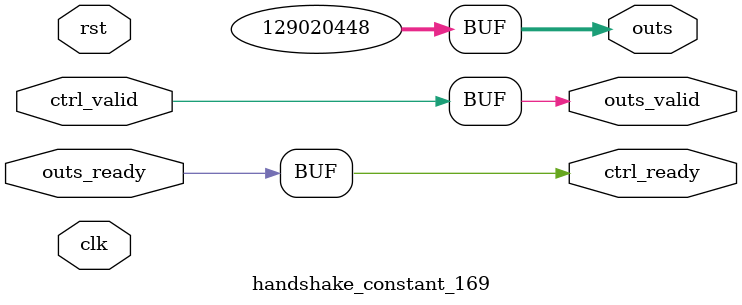
<source format=v>
`timescale 1ns / 1ps
module handshake_constant_169 #(
  parameter DATA_WIDTH = 32  // Default set to 32 bits
) (
  input                       clk,
  input                       rst,
  // Input Channel
  input                       ctrl_valid,
  output                      ctrl_ready,
  // Output Channel
  output [DATA_WIDTH - 1 : 0] outs,
  output                      outs_valid,
  input                       outs_ready
);
  assign outs       = 27'b111101100001011001000100000;
  assign outs_valid = ctrl_valid;
  assign ctrl_ready = outs_ready;

endmodule

</source>
